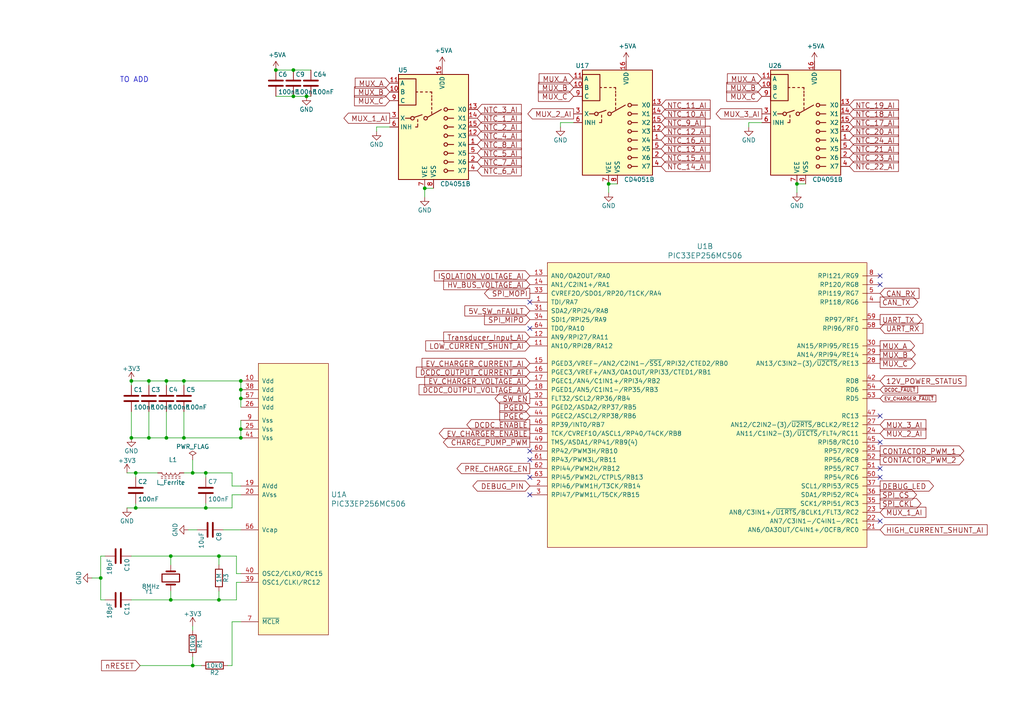
<source format=kicad_sch>
(kicad_sch (version 20211123) (generator eeschema)
  (paper "A4")
  (lib_symbols
    (symbol "Analog_Switch:CD4051B"
      (property "Reference" "U" (at -10.16 16.51 0))
      (property "Value" "CD4051B" (at 3.81 16.51 0))
      (symbol "CD4051B_0_1"
        (rectangle (start -10.16 6.35) (end -5.08 13.97) (stroke (width 0.254)))
        (rectangle (start -10.16 15.24) (end 10.16 -15.24) (stroke (width 0.254)) (fill (type background)))
        (circle (center -6.096 2.54) (radius 0.508) (stroke (width 0.254)))
        (circle (center -2.286 2.54) (radius 0.508) (stroke (width 0.254)))
        (polyline (pts (xy -8.128 2.54) (xy -6.604 2.54)) (stroke (width 0.254)))
        (polyline (pts (xy -5.588 2.794) (xy -3.302 3.556)) (stroke (width 0.254)))
        (polyline (pts (xy -4.572 0) (xy -5.207 0)) (stroke (width 0.254)))
        (polyline (pts (xy -4.572 0.254) (xy -4.572 0.889)) (stroke (width 0.254)))
        (polyline (pts (xy -4.572 1.524) (xy -4.572 2.159)) (stroke (width 0.254)))
        (polyline (pts (xy -4.572 10.16) (xy -5.08 10.16)) (stroke (width 0.254)))
        (polyline (pts (xy -3.81 10.16) (xy -3.175 10.16)) (stroke (width 0.254)))
        (polyline (pts (xy -1.778 2.794) (xy 2.286 5.08)) (stroke (width 0.254)))
        (polyline (pts (xy -1.778 10.16) (xy -2.286 10.16)) (stroke (width 0.254)))
        (polyline (pts (xy -0.508 3.81) (xy -0.508 4.445)) (stroke (width 0.254)))
        (polyline (pts (xy -0.508 5.08) (xy -0.508 5.715)) (stroke (width 0.254)))
        (polyline (pts (xy -0.508 6.35) (xy -0.508 6.985)) (stroke (width 0.254)))
        (polyline (pts (xy -0.508 7.62) (xy -0.508 8.255)) (stroke (width 0.254)))
        (polyline (pts (xy -0.508 8.636) (xy -0.508 9.144)) (stroke (width 0.254)))
        (polyline (pts (xy -0.508 9.652) (xy -0.508 10.16)) (stroke (width 0.254)))
        (polyline (pts (xy -0.508 10.16) (xy -1.016 10.16)) (stroke (width 0.254)))
        (polyline (pts (xy 4.064 -12.7) (xy 5.842 -12.7)) (stroke (width 0.254)))
        (polyline (pts (xy 4.064 -10.16) (xy 5.842 -10.16)) (stroke (width 0.254)))
        (polyline (pts (xy 4.064 -7.62) (xy 5.842 -7.62)) (stroke (width 0.254)))
        (polyline (pts (xy 4.064 -5.08) (xy 5.842 -5.08)) (stroke (width 0.254)))
        (polyline (pts (xy 4.064 -2.54) (xy 5.842 -2.54)) (stroke (width 0.254)))
        (polyline (pts (xy 4.064 0) (xy 5.842 0)) (stroke (width 0.254)))
        (polyline (pts (xy 4.064 2.54) (xy 5.842 2.54)) (stroke (width 0.254)))
        (polyline (pts (xy 4.064 5.08) (xy 5.842 5.08)) (stroke (width 0.254)))
        (circle (center 3.556 -12.7) (radius 0.508) (stroke (width 0.254)))
        (circle (center 3.556 -10.16) (radius 0.508) (stroke (width 0.254)))
        (circle (center 3.556 -7.62) (radius 0.508) (stroke (width 0.254)))
        (circle (center 3.556 -5.08) (radius 0.508) (stroke (width 0.254)))
        (circle (center 3.556 -2.54) (radius 0.508) (stroke (width 0.254)))
        (circle (center 3.556 0) (radius 0.508) (stroke (width 0.254)))
        (circle (center 3.556 2.54) (radius 0.508) (stroke (width 0.254)))
        (circle (center 3.556 5.08) (radius 0.508) (stroke (width 0.254)))
      )
      (symbol "CD4051B_1_1"
        (pin bidirectional line (at 12.7 -5.08 180) (length 2.54) (name "X4") (number "1"))
        (pin input line (at -12.7 10.16 0) (length 2.54) (name "B") (number "10"))
        (pin input line (at -12.7 12.7 0) (length 2.54) (name "A") (number "11"))
        (pin bidirectional line (at 12.7 -2.54 180) (length 2.54) (name "X3") (number "12"))
        (pin bidirectional line (at 12.7 5.08 180) (length 2.54) (name "X0") (number "13"))
        (pin bidirectional line (at 12.7 2.54 180) (length 2.54) (name "X1") (number "14"))
        (pin bidirectional line (at 12.7 0 180) (length 2.54) (name "X2") (number "15"))
        (pin power_in line (at 2.54 17.78 270) (length 2.54) (name "VDD") (number "16"))
        (pin bidirectional line (at 12.7 -10.16 180) (length 2.54) (name "X6") (number "2"))
        (pin bidirectional line (at -12.7 2.54 0) (length 2.54) (name "X") (number "3"))
        (pin bidirectional line (at 12.7 -12.7 180) (length 2.54) (name "X7") (number "4"))
        (pin bidirectional line (at 12.7 -7.62 180) (length 2.54) (name "X5") (number "5"))
        (pin input line (at -12.7 0 0) (length 2.54) (name "INH") (number "6"))
        (pin power_in line (at -2.54 -17.78 90) (length 2.54) (name "VEE") (number "7"))
        (pin power_in line (at 0 -17.78 90) (length 2.54) (name "VSS") (number "8"))
        (pin input line (at -12.7 7.62 0) (length 2.54) (name "C") (number "9"))
      )
    )
    (symbol "Device:C" (pin_numbers hide) (pin_names (offset 0.254))
      (property "Reference" "C" (at 0.635 2.54 0))
      (property "Value" "C" (at 0.635 -2.54 0))
      (symbol "C_0_1"
        (polyline (pts (xy -2.032 -0.762) (xy 2.032 -0.762)) (stroke (width 0.508)))
        (polyline (pts (xy -2.032 0.762) (xy 2.032 0.762)) (stroke (width 0.508)))
      )
      (symbol "C_1_1"
        (pin passive line (at 0 3.81 270) (length 2.794) (name "~") (number "1"))
        (pin passive line (at 0 -3.81 90) (length 2.794) (name "~") (number "2"))
      )
    )
    (symbol "Device:Crystal" (pin_numbers hide) (pin_names (offset 1.016) hide)
      (property "Reference" "Y" (at 0 3.81 0))
      (property "Value" "Crystal" (at 0 -3.81 0))
      (symbol "Crystal_0_1"
        (rectangle (start -1.143 2.54) (end 1.143 -2.54) (stroke (width 0.3048)))
        (polyline (pts (xy -2.54 0) (xy -1.905 0)))
        (polyline (pts (xy -1.905 -1.27) (xy -1.905 1.27)) (stroke (width 0.508)))
        (polyline (pts (xy 1.905 -1.27) (xy 1.905 1.27)) (stroke (width 0.508)))
        (polyline (pts (xy 2.54 0) (xy 1.905 0)))
      )
      (symbol "Crystal_1_1"
        (pin passive line (at -3.81 0 0) (length 1.27) (name "1") (number "1"))
        (pin passive line (at 3.81 0 180) (length 1.27) (name "2") (number "2"))
      )
    )
    (symbol "Device:L_Ferrite" (pin_numbers hide) (pin_names (offset 1.016) hide)
      (property "Reference" "L" (at -1.27 0 90))
      (property "Value" "L_Ferrite" (at 2.794 0 90))
      (symbol "L_Ferrite_0_1"
        (arc (start 0 -2.54) (mid 0.635 -1.905) (end 0 -1.27))
        (arc (start 0 -1.27) (mid 0.635 -0.635) (end 0 0))
        (polyline (pts (xy 1.016 -2.794) (xy 1.016 -2.286)))
        (polyline (pts (xy 1.016 -1.778) (xy 1.016 -1.27)))
        (polyline (pts (xy 1.016 -0.762) (xy 1.016 -0.254)))
        (polyline (pts (xy 1.016 0.254) (xy 1.016 0.762)))
        (polyline (pts (xy 1.016 1.27) (xy 1.016 1.778)))
        (polyline (pts (xy 1.016 2.286) (xy 1.016 2.794)))
        (polyline (pts (xy 1.524 -2.286) (xy 1.524 -2.794)))
        (polyline (pts (xy 1.524 -1.27) (xy 1.524 -1.778)))
        (polyline (pts (xy 1.524 -0.254) (xy 1.524 -0.762)))
        (polyline (pts (xy 1.524 0.762) (xy 1.524 0.254)))
        (polyline (pts (xy 1.524 1.778) (xy 1.524 1.27)))
        (polyline (pts (xy 1.524 2.794) (xy 1.524 2.286)))
        (arc (start 0 0) (mid 0.635 0.635) (end 0 1.27))
        (arc (start 0 1.27) (mid 0.635 1.905) (end 0 2.54))
      )
      (symbol "L_Ferrite_1_1"
        (pin passive line (at 0 3.81 270) (length 1.27) (name "1") (number "1"))
        (pin passive line (at 0 -3.81 90) (length 1.27) (name "2") (number "2"))
      )
    )
    (symbol "Device:R" (pin_numbers hide) (pin_names (offset 0))
      (property "Reference" "R" (at 2.032 0 90))
      (property "Value" "R" (at 0 0 90))
      (symbol "R_0_1"
        (rectangle (start -1.016 -2.54) (end 1.016 2.54) (stroke (width 0.254)))
      )
      (symbol "R_1_1"
        (pin passive line (at 0 3.81 270) (length 1.27) (name "~") (number "1"))
        (pin passive line (at 0 -3.81 90) (length 1.27) (name "~") (number "2"))
      )
    )
    (symbol "micros:PIC33EP256MC506" (pin_names (offset 1.016))
      (property "Reference" "U" (at 33.02 -33.02 0))
      (property "Value" "PIC33EP256MC506" (at 17.78 -33.02 0))
      (symbol "PIC33EP256MC506_1_1"
        (rectangle (start 7.62 46.99) (end 27.94 -31.75) (fill (type background)))
        (pin power_in line (at 2.54 41.91 0) (length 5.08) (name "Vdd") (number "10"))
        (pin power_in line (at 2.54 11.43 0) (length 5.08) (name "AVdd") (number "19"))
        (pin power_in line (at 2.54 8.89 0) (length 5.08) (name "AVss") (number "20"))
        (pin power_in line (at 2.54 27.94 0) (length 5.08) (name "Vss") (number "25"))
        (pin power_in line (at 2.54 34.29 0) (length 5.08) (name "Vdd") (number "26"))
        (pin power_in line (at 2.54 39.37 0) (length 5.08) (name "Vdd") (number "38"))
        (pin bidirectional line (at 2.54 -16.51 0) (length 5.08) (name "OSC1/CLKI/RC12") (number "39"))
        (pin bidirectional line (at 2.54 -13.97 0) (length 5.08) (name "OSC2/CLKO/RC15") (number "40"))
        (pin power_in line (at 2.54 25.4 0) (length 5.08) (name "Vss") (number "41"))
        (pin input line (at 2.54 -1.27 0) (length 5.08) (name "Vcap") (number "56"))
        (pin power_in line (at 2.54 36.83 0) (length 5.08) (name "Vdd") (number "57"))
        (pin input line (at 2.54 -27.94 0) (length 5.08) (name "~{MCLR}") (number "7"))
        (pin power_in line (at 2.54 30.48 0) (length 5.08) (name "Vss") (number "9"))
      )
      (symbol "PIC33EP256MC506_2_1"
        (rectangle (start -30.48 50.8) (end 62.23 -31.75) (fill (type background)))
        (pin bidirectional line (at -35.56 39.37 0) (length 5.08) (name "TDI/RA7") (number "1"))
        (pin bidirectional line (at -35.56 26.67 0) (length 5.08) (name "AN10/RPI28/RA12") (number "11"))
        (pin bidirectional line (at -35.56 29.21 0) (length 5.08) (name "AN9/RPI27/RA11") (number "12"))
        (pin bidirectional line (at -35.56 46.99 0) (length 5.08) (name "AN0/OA2OUT/RA0") (number "13"))
        (pin bidirectional line (at -35.56 44.45 0) (length 5.08) (name "AN1/C2IN1+/RA1") (number "14"))
        (pin bidirectional line (at -35.56 21.59 0) (length 5.08) (name "PGED3/VREF-/AN2/C2IN1-/~{SS1}/RPI32/CTED2/RB0") (number "15"))
        (pin bidirectional line (at -35.56 19.05 0) (length 5.08) (name "PGEC3/VREF+/AN3/OA1OUT/RPI33/CTED1/RB1") (number "16"))
        (pin bidirectional line (at -35.56 16.51 0) (length 5.08) (name "PGEC1/AN4/C1IN1+/RPI34/RB2") (number "17"))
        (pin bidirectional line (at -35.56 13.97 0) (length 5.08) (name "PGED1/AN5/C1IN1-/RP35/RB3") (number "18"))
        (pin bidirectional line (at -35.56 -13.97 0) (length 5.08) (name "RPI46/PWM1H/T3CK/RB14") (number "2"))
        (pin bidirectional line (at 66.04 -26.67 180) (length 5.08) (name "AN6/OA3OUT/C4IN1+/OCFB/RC0") (number "21"))
        (pin bidirectional line (at 66.04 -24.13 180) (length 5.08) (name "AN7/C3IN1-/C4IN1-/RC1") (number "22"))
        (pin bidirectional line (at 66.04 -21.59 180) (length 5.08) (name "AN8/C3IN1+/~{U1RTS}/BCLK1/FLT3/RC2") (number "23"))
        (pin bidirectional line (at 66.04 1.27 180) (length 5.08) (name "AN11/C1IN2-(3)/~{U1CTS}/FLT4/RC11") (number "24"))
        (pin bidirectional line (at 66.04 3.81 180) (length 5.08) (name "AN12/C2IN2-(3)/~{U2RTS}/BCLK2/RE12") (number "27"))
        (pin bidirectional line (at 66.04 21.59 180) (length 5.08) (name "AN13/C3IN2-(3)/~{U2CTS}/RE13") (number "28"))
        (pin bidirectional line (at 66.04 24.13 180) (length 5.08) (name "AN14/RPI94/RE14") (number "29"))
        (pin bidirectional line (at -35.56 -16.51 0) (length 5.08) (name "RPI47/PWM1L/T5CK/RB15") (number "3"))
        (pin bidirectional line (at 66.04 26.67 180) (length 5.08) (name "AN15/RPI95/RE15") (number "30"))
        (pin bidirectional line (at -35.56 36.83 0) (length 5.08) (name "SDA2/RPI24/RA8") (number "31"))
        (pin bidirectional line (at -35.56 11.43 0) (length 5.08) (name "FLT32/SCL2/RP36/RB4") (number "32"))
        (pin bidirectional line (at -35.56 41.91 0) (length 5.08) (name "CVREF2O/SDO1/RP20/T1CK/RA4") (number "33"))
        (pin bidirectional line (at -35.56 34.29 0) (length 5.08) (name "SDI1/RPI25/RA9") (number "34"))
        (pin bidirectional line (at 66.04 -19.05 180) (length 5.08) (name "SCK1/RPI51/RC3") (number "35"))
        (pin bidirectional line (at 66.04 -16.51 180) (length 5.08) (name "SDA1/RPI52/RC4") (number "36"))
        (pin bidirectional line (at 66.04 -13.97 180) (length 5.08) (name "SCL1/RPI53/RC5") (number "37"))
        (pin bidirectional line (at 66.04 39.37 180) (length 5.08) (name "RP118/RG6") (number "4"))
        (pin bidirectional line (at 66.04 16.51 180) (length 5.08) (name "RD8") (number "42"))
        (pin bidirectional line (at -35.56 8.89 0) (length 5.08) (name "PGED2/ASDA2/RP37/RB5") (number "43"))
        (pin bidirectional line (at -35.56 6.35 0) (length 5.08) (name "PGEC2/ASCL2/RP38/RB6") (number "44"))
        (pin bidirectional line (at 66.04 -1.27 180) (length 5.08) (name "RPI58/RC10") (number "45"))
        (pin bidirectional line (at -35.56 3.81 0) (length 5.08) (name "RP39/INT0/RB7") (number "46"))
        (pin bidirectional line (at 66.04 6.35 180) (length 5.08) (name "RC13") (number "47"))
        (pin bidirectional line (at -35.56 1.27 0) (length 5.08) (name "TCK/CVREF1O/ASCL1/RP40/T4CK/RB8") (number "48"))
        (pin bidirectional line (at -35.56 -1.27 0) (length 5.08) (name "TMS/ASDA1/RP41/RB9(4)") (number "49"))
        (pin bidirectional line (at 66.04 41.91 180) (length 5.08) (name "RPI119/RG7") (number "5"))
        (pin bidirectional line (at 66.04 -11.43 180) (length 5.08) (name "RP54/RC6") (number "50"))
        (pin bidirectional line (at 66.04 -8.89 180) (length 5.08) (name "RP55/RC7") (number "51"))
        (pin bidirectional line (at 66.04 -6.35 180) (length 5.08) (name "RP56/RC8") (number "52"))
        (pin bidirectional line (at 66.04 11.43 180) (length 5.08) (name "RD5") (number "53"))
        (pin bidirectional line (at 66.04 13.97 180) (length 5.08) (name "RD6") (number "54"))
        (pin bidirectional line (at 66.04 -3.81 180) (length 5.08) (name "RP57/RC9") (number "55"))
        (pin bidirectional line (at 66.04 31.75 180) (length 5.08) (name "RPI96/RF0") (number "58"))
        (pin bidirectional line (at 66.04 34.29 180) (length 5.08) (name "RP97/RF1") (number "59"))
        (pin bidirectional line (at 66.04 44.45 180) (length 5.08) (name "RP120/RG8") (number "6"))
        (pin bidirectional line (at -35.56 -3.81 0) (length 5.08) (name "RP42/PWM3H/RB10") (number "60"))
        (pin bidirectional line (at -35.56 -6.35 0) (length 5.08) (name "RP43/PWM3L/RB11") (number "61"))
        (pin bidirectional line (at -35.56 -8.89 0) (length 5.08) (name "RPI44/PWM2H/RB12") (number "62"))
        (pin bidirectional line (at -35.56 -11.43 0) (length 5.08) (name "RPI45/PWM2L/CTPLS/RB13") (number "63"))
        (pin bidirectional line (at -35.56 31.75 0) (length 5.08) (name "TDO/RA10") (number "64"))
        (pin bidirectional line (at 66.04 46.99 180) (length 5.08) (name "RPI121/RG9") (number "8"))
      )
    )
    (symbol "power:+3V3" (power) (pin_names (offset 0))
      (property "Value" "+3V3" (at 0 3.556 0))
      (symbol "+3V3_0_1"
        (polyline (pts (xy -0.762 1.27) (xy 0 2.54)))
        (polyline (pts (xy 0 0) (xy 0 2.54)))
        (polyline (pts (xy 0 2.54) (xy 0.762 1.27)))
      )
      (symbol "+3V3_1_1"
        (pin power_in line (at 0 0 90) (length 0) hide (name "+3V3") (number "1"))
      )
    )
    (symbol "power:+5VA" (power) (pin_names (offset 0))
      (property "Value" "+5VA" (at 0 3.556 0))
      (symbol "+5VA_0_1"
        (polyline (pts (xy -0.762 1.27) (xy 0 2.54)))
        (polyline (pts (xy 0 0) (xy 0 2.54)))
        (polyline (pts (xy 0 2.54) (xy 0.762 1.27)))
      )
      (symbol "+5VA_1_1"
        (pin power_in line (at 0 0 90) (length 0) hide (name "+5VA") (number "1"))
      )
    )
    (symbol "power:GND" (power) (pin_names (offset 0))
      (property "Value" "GND" (at 0 -3.81 0))
      (symbol "GND_0_1"
        (polyline (pts (xy 0 0) (xy 0 -1.27) (xy 1.27 -1.27) (xy 0 -2.54) (xy -1.27 -1.27) (xy 0 -1.27)))
      )
      (symbol "GND_1_1"
        (pin power_in line (at 0 0 270) (length 0) hide (name "GND") (number "1"))
      )
    )
    (symbol "power:PWR_FLAG" (power) (pin_numbers hide) (pin_names (offset 0) hide)
      (property "Value" "PWR_FLAG" (at 0 3.81 0))
      (symbol "PWR_FLAG_0_0"
        (pin power_out line (at 0 0 90) (length 0) (name "pwr") (number "1"))
      )
      (symbol "PWR_FLAG_0_1"
        (polyline (pts (xy 0 0) (xy 0 1.27) (xy -1.016 1.905) (xy 0 2.54) (xy 1.016 1.905) (xy 0 1.27)))
      )
    )
  )
  (junction (at 88.9 27.94))
  (junction (at 85.09 20.32))
  (junction (at 39.37 147.32))
  (junction (at 48.26 127))
  (junction (at 39.37 137.16))
  (junction (at 63.5 161.29))
  (junction (at 49.53 161.29))
  (junction (at 38.1 127))
  (junction (at 69.85 124.46))
  (junction (at 53.34 110.49))
  (junction (at 29.21 167.64))
  (junction (at 49.53 173.99))
  (junction (at 176.53 53.34))
  (junction (at 85.09 27.94))
  (junction (at 38.1 110.49))
  (junction (at 43.18 127))
  (junction (at 59.69 147.32))
  (junction (at 69.85 113.03))
  (junction (at 55.88 137.16))
  (junction (at 231.14 53.34))
  (junction (at 48.26 110.49))
  (junction (at 69.85 127))
  (junction (at 69.85 115.57))
  (junction (at 63.5 173.99))
  (junction (at 43.18 110.49))
  (junction (at 123.19 54.61))
  (junction (at 59.69 137.16))
  (junction (at 80.01 20.32))
  (junction (at 53.34 127))
  (junction (at 55.88 193.04))
  (junction (at 69.85 110.49))
  (no_connect (at 153.67 138.43))
  (no_connect (at 255.27 120.65))
  (no_connect (at 255.27 128.27))
  (no_connect (at 255.27 138.43))
  (no_connect (at 153.67 87.63))
  (no_connect (at 255.27 135.89))
  (no_connect (at 255.27 82.55))
  (no_connect (at 153.67 130.81))
  (no_connect (at 153.67 95.25))
  (no_connect (at 255.27 80.01))
  (no_connect (at 153.67 133.35))
  (no_connect (at 153.67 143.51))
  (no_connect (at 255.27 151.13))
  (wire (pts (xy 231.14 53.34) (xy 231.14 55.88)))
  (wire (pts (xy 48.26 110.49) (xy 53.34 110.49)))
  (wire (pts (xy 69.85 115.57) (xy 69.85 118.11)))
  (wire (pts (xy 67.31 143.51) (xy 69.85 143.51)))
  (wire (pts (xy 63.5 173.99) (xy 49.53 173.99)))
  (wire (pts (xy 36.83 147.32) (xy 39.37 147.32)))
  (wire (pts (xy 68.58 173.99) (xy 68.58 168.91)))
  (wire (pts (xy 69.85 127) (xy 69.85 124.46)))
  (wire (pts (xy 59.69 146.05) (xy 59.69 147.32)))
  (wire (pts (xy 40.64 193.04) (xy 55.88 193.04)))
  (wire (pts (xy 38.1 127) (xy 43.18 127)))
  (wire (pts (xy 67.31 140.97) (xy 69.85 140.97)))
  (wire (pts (xy 49.53 171.45) (xy 49.53 173.99)))
  (wire (pts (xy 68.58 168.91) (xy 69.85 168.91)))
  (wire (pts (xy 80.01 27.94) (xy 85.09 27.94)))
  (wire (pts (xy 233.68 53.34) (xy 231.14 53.34)))
  (wire (pts (xy 53.34 110.49) (xy 69.85 110.49)))
  (wire (pts (xy 43.18 127) (xy 48.26 127)))
  (wire (pts (xy 29.21 167.64) (xy 29.21 173.99)))
  (wire (pts (xy 63.5 163.83) (xy 63.5 161.29)))
  (wire (pts (xy 38.1 119.38) (xy 38.1 127)))
  (wire (pts (xy 176.53 53.34) (xy 176.53 55.88)))
  (wire (pts (xy 53.34 127) (xy 69.85 127)))
  (wire (pts (xy 166.37 35.56) (xy 162.56 35.56)))
  (wire (pts (xy 90.17 20.32) (xy 85.09 20.32)))
  (wire (pts (xy 38.1 110.49) (xy 43.18 110.49)))
  (wire (pts (xy 88.9 27.94) (xy 90.17 27.94)))
  (wire (pts (xy 68.58 173.99) (xy 63.5 173.99)))
  (wire (pts (xy 68.58 166.37) (xy 69.85 166.37)))
  (wire (pts (xy 67.31 193.04) (xy 66.04 193.04)))
  (wire (pts (xy 29.21 161.29) (xy 30.48 161.29)))
  (wire (pts (xy 109.22 36.83) (xy 109.22 38.1)))
  (wire (pts (xy 67.31 180.34) (xy 67.31 193.04)))
  (wire (pts (xy 43.18 110.49) (xy 48.26 110.49)))
  (wire (pts (xy 69.85 110.49) (xy 69.85 113.03)))
  (wire (pts (xy 48.26 127) (xy 53.34 127)))
  (wire (pts (xy 68.58 161.29) (xy 63.5 161.29)))
  (wire (pts (xy 26.67 167.64) (xy 29.21 167.64)))
  (wire (pts (xy 48.26 119.38) (xy 48.26 127)))
  (wire (pts (xy 68.58 161.29) (xy 68.58 166.37)))
  (wire (pts (xy 179.07 53.34) (xy 176.53 53.34)))
  (wire (pts (xy 63.5 171.45) (xy 63.5 173.99)))
  (wire (pts (xy 123.19 54.61) (xy 123.19 57.15)))
  (wire (pts (xy 36.83 137.16) (xy 39.37 137.16)))
  (wire (pts (xy 85.09 27.94) (xy 88.9 27.94)))
  (wire (pts (xy 85.09 20.32) (xy 80.01 20.32)))
  (wire (pts (xy 55.88 133.35) (xy 55.88 137.16)))
  (wire (pts (xy 53.34 119.38) (xy 53.34 127)))
  (wire (pts (xy 69.85 180.34) (xy 67.31 180.34)))
  (wire (pts (xy 59.69 147.32) (xy 67.31 147.32)))
  (wire (pts (xy 113.03 36.83) (xy 109.22 36.83)))
  (wire (pts (xy 64.77 153.67) (xy 69.85 153.67)))
  (wire (pts (xy 69.85 113.03) (xy 69.85 115.57)))
  (wire (pts (xy 63.5 161.29) (xy 49.53 161.29)))
  (wire (pts (xy 59.69 137.16) (xy 67.31 137.16)))
  (wire (pts (xy 67.31 147.32) (xy 67.31 143.51)))
  (wire (pts (xy 55.88 193.04) (xy 58.42 193.04)))
  (wire (pts (xy 39.37 147.32) (xy 59.69 147.32)))
  (wire (pts (xy 49.53 161.29) (xy 38.1 161.29)))
  (wire (pts (xy 29.21 161.29) (xy 29.21 167.64)))
  (wire (pts (xy 57.15 153.67) (xy 54.61 153.67)))
  (wire (pts (xy 59.69 138.43) (xy 59.69 137.16)))
  (wire (pts (xy 217.17 35.56) (xy 217.17 36.83)))
  (wire (pts (xy 55.88 181.61) (xy 55.88 182.88)))
  (wire (pts (xy 55.88 193.04) (xy 55.88 190.5)))
  (wire (pts (xy 39.37 137.16) (xy 45.72 137.16)))
  (wire (pts (xy 49.53 163.83) (xy 49.53 161.29)))
  (wire (pts (xy 162.56 35.56) (xy 162.56 36.83)))
  (wire (pts (xy 69.85 124.46) (xy 69.85 121.92)))
  (wire (pts (xy 38.1 110.49) (xy 38.1 111.76)))
  (wire (pts (xy 217.17 35.56) (xy 220.98 35.56)))
  (wire (pts (xy 39.37 147.32) (xy 39.37 146.05)))
  (wire (pts (xy 67.31 137.16) (xy 67.31 140.97)))
  (wire (pts (xy 49.53 173.99) (xy 38.1 173.99)))
  (wire (pts (xy 48.26 111.76) (xy 48.26 110.49)))
  (wire (pts (xy 53.34 111.76) (xy 53.34 110.49)))
  (wire (pts (xy 125.73 54.61) (xy 123.19 54.61)))
  (wire (pts (xy 55.88 137.16) (xy 59.69 137.16)))
  (wire (pts (xy 43.18 111.76) (xy 43.18 110.49)))
  (wire (pts (xy 29.21 173.99) (xy 30.48 173.99)))
  (wire (pts (xy 43.18 119.38) (xy 43.18 127)))
  (wire (pts (xy 39.37 138.43) (xy 39.37 137.16)))
  (wire (pts (xy 53.34 137.16) (xy 55.88 137.16)))
  (text "TO ADD" (at 43.18 24.13 180) (effects (font (size 1.524 1.524)) (justify right bottom)))
  (global_label "NTC_11_AI" (shape input) (at 191.77 30.48 0) (effects (font (size 1.4986 1.4986))) (property "Intersheet References" "${INTERSHEET_REFS}" (effects hide)))
  (global_label "PRE_CHARGE_EN" (shape output) (at 153.67 135.89 180) (effects (font (size 1.4986 1.4986))) (property "Intersheet References" "${INTERSHEET_REFS}" (effects hide)))
  (global_label "NTC_8_AI" (shape input) (at 138.43 41.91 0) (effects (font (size 1.4986 1.4986))) (property "Intersheet References" "${INTERSHEET_REFS}" (effects hide)))
  (global_label "DCDC_OUTPUT_VOLTAGE_AI" (shape input) (at 153.67 113.03 180) (effects (font (size 1.4986 1.4986))) (property "Intersheet References" "${INTERSHEET_REFS}" (effects hide)))
  (global_label "NTC_24_AI" (shape input) (at 246.38 40.64 0) (effects (font (size 1.4986 1.4986))) (property "Intersheet References" "${INTERSHEET_REFS}" (effects hide)))
  (global_label "CAN_RX" (shape input) (at 255.27 85.09 0) (effects (font (size 1.4986 1.4986))) (property "Intersheet References" "${INTERSHEET_REFS}" (effects hide)))
  (global_label "HV_BUS_VOLTAGE_AI" (shape input) (at 153.67 82.55 180) (effects (font (size 1.4986 1.4986))) (property "Intersheet References" "${INTERSHEET_REFS}" (effects hide)))
  (global_label "MUX_B" (shape input) (at 166.37 25.4 180) (effects (font (size 1.4986 1.4986))) (property "Intersheet References" "${INTERSHEET_REFS}" (effects hide)))
  (global_label "NTC_23_AI" (shape input) (at 246.38 45.72 0) (effects (font (size 1.4986 1.4986))) (property "Intersheet References" "${INTERSHEET_REFS}" (effects hide)))
  (global_label "NTC_20_AI" (shape input) (at 246.38 38.1 0) (effects (font (size 1.4986 1.4986))) (property "Intersheet References" "${INTERSHEET_REFS}" (effects hide)))
  (global_label "nRESET" (shape input) (at 40.64 193.04 180) (effects (font (size 1.524 1.524))) (property "Intersheet References" "${INTERSHEET_REFS}" (effects hide)))
  (global_label "NTC_16_AI" (shape input) (at 191.77 40.64 0) (effects (font (size 1.4986 1.4986))) (property "Intersheet References" "${INTERSHEET_REFS}" (effects hide)))
  (global_label "MUX_A" (shape input) (at 113.03 24.13 180) (effects (font (size 1.4986 1.4986))) (property "Intersheet References" "${INTERSHEET_REFS}" (effects hide)))
  (global_label "DEBUG_PIN" (shape bidirectional) (at 153.67 140.97 180) (effects (font (size 1.4986 1.4986))) (property "Intersheet References" "${INTERSHEET_REFS}" (effects hide)))
  (global_label "MUX_C" (shape output) (at 255.27 105.41 0) (effects (font (size 1.4986 1.4986))) (property "Intersheet References" "${INTERSHEET_REFS}" (effects hide)))
  (global_label "12V_POWER_STATUS" (shape input) (at 255.27 110.49 0) (effects (font (size 1.4986 1.4986))) (property "Intersheet References" "${INTERSHEET_REFS}" (effects hide)))
  (global_label "MUX_C" (shape input) (at 113.03 29.21 180) (effects (font (size 1.4986 1.4986))) (property "Intersheet References" "${INTERSHEET_REFS}" (effects hide)))
  (global_label "MUX_3_AI" (shape input) (at 255.27 123.19 0) (effects (font (size 1.4986 1.4986))) (property "Intersheet References" "${INTERSHEET_REFS}" (effects hide)))
  (global_label "PGED" (shape input) (at 153.67 118.11 180) (effects (font (size 1.4986 1.4986))) (property "Intersheet References" "${INTERSHEET_REFS}" (effects hide)))
  (global_label "5V_SW_nFAULT" (shape input) (at 153.67 90.17 180) (effects (font (size 1.4986 1.4986))) (property "Intersheet References" "${INTERSHEET_REFS}" (effects hide)))
  (global_label "MUX_1_AI" (shape input) (at 255.27 148.59 0) (effects (font (size 1.4986 1.4986))) (property "Intersheet References" "${INTERSHEET_REFS}" (effects hide)))
  (global_label "NTC_19_AI" (shape input) (at 246.38 30.48 0) (effects (font (size 1.4986 1.4986))) (property "Intersheet References" "${INTERSHEET_REFS}" (effects hide)))
  (global_label "NTC_18_AI" (shape input) (at 246.38 33.02 0) (effects (font (size 1.4986 1.4986))) (property "Intersheet References" "${INTERSHEET_REFS}" (effects hide)))
  (global_label "NTC_9_AI" (shape input) (at 191.77 35.56 0) (effects (font (size 1.4986 1.4986))) (property "Intersheet References" "${INTERSHEET_REFS}" (effects hide)))
  (global_label "MUX_3_AI" (shape output) (at 220.98 33.02 180) (effects (font (size 1.4986 1.4986))) (property "Intersheet References" "${INTERSHEET_REFS}" (effects hide)))
  (global_label "NTC_5_AI" (shape input) (at 138.43 44.45 0) (effects (font (size 1.4986 1.4986))) (property "Intersheet References" "${INTERSHEET_REFS}" (effects hide)))
  (global_label "NTC_4_AI" (shape input) (at 138.43 39.37 0) (effects (font (size 1.4986 1.4986))) (property "Intersheet References" "${INTERSHEET_REFS}" (effects hide)))
  (global_label "DCDC_OUTPUT_CURRENT_AI" (shape input) (at 153.67 107.95 180) (effects (font (size 1.4986 1.4986))) (property "Intersheet References" "${INTERSHEET_REFS}" (effects hide)))
  (global_label "NTC_21_AI" (shape input) (at 246.38 43.18 0) (effects (font (size 1.4986 1.4986))) (property "Intersheet References" "${INTERSHEET_REFS}" (effects hide)))
  (global_label "NTC_12_AI" (shape input) (at 191.77 38.1 0) (effects (font (size 1.4986 1.4986))) (property "Intersheet References" "${INTERSHEET_REFS}" (effects hide)))
  (global_label "SPI_CS" (shape output) (at 255.27 143.51 0) (effects (font (size 1.4986 1.4986))) (property "Intersheet References" "${INTERSHEET_REFS}" (effects hide)))
  (global_label "PGEC" (shape input) (at 153.67 120.65 180) (effects (font (size 1.4986 1.4986))) (property "Intersheet References" "${INTERSHEET_REFS}" (effects hide)))
  (global_label "EV_CHARGER_~{FAULT}" (shape input) (at 255.27 115.57 0) (effects (font (size 0.9906 0.9906))) (property "Intersheet References" "${INTERSHEET_REFS}" (effects hide)))
  (global_label "NTC_1_AI" (shape input) (at 138.43 34.29 0) (effects (font (size 1.4986 1.4986))) (property "Intersheet References" "${INTERSHEET_REFS}" (effects hide)))
  (global_label "DCDC_ENABLE" (shape output) (at 153.67 123.19 180) (effects (font (size 1.4986 1.4986))) (property "Intersheet References" "${INTERSHEET_REFS}" (effects hide)))
  (global_label "SPI_MOPI" (shape output) (at 153.67 85.09 180) (effects (font (size 1.4986 1.4986))) (property "Intersheet References" "${INTERSHEET_REFS}" (effects hide)))
  (global_label "MUX_A" (shape input) (at 220.98 22.86 180) (effects (font (size 1.4986 1.4986))) (property "Intersheet References" "${INTERSHEET_REFS}" (effects hide)))
  (global_label "HIGH_CURRENT_SHUNT_AI" (shape input) (at 255.27 153.67 0) (effects (font (size 1.4986 1.4986))) (property "Intersheet References" "${INTERSHEET_REFS}" (effects hide)))
  (global_label "SPI_CKL" (shape output) (at 255.27 146.05 0) (effects (font (size 1.4986 1.4986))) (property "Intersheet References" "${INTERSHEET_REFS}" (effects hide)))
  (global_label "MUX_2_AI" (shape input) (at 255.27 125.73 0) (effects (font (size 1.4986 1.4986))) (property "Intersheet References" "${INTERSHEET_REFS}" (effects hide)))
  (global_label "EV_CHARGER_VOLTAGE_AI" (shape input) (at 153.67 110.49 180) (effects (font (size 1.4986 1.4986))) (property "Intersheet References" "${INTERSHEET_REFS}" (effects hide)))
  (global_label "CONTACTOR_PWM_2" (shape output) (at 255.27 133.35 0) (effects (font (size 1.4986 1.4986))) (property "Intersheet References" "${INTERSHEET_REFS}" (effects hide)))
  (global_label "MUX_C" (shape input) (at 220.98 27.94 180) (effects (font (size 1.4986 1.4986))) (property "Intersheet References" "${INTERSHEET_REFS}" (effects hide)))
  (global_label "MUX_C" (shape input) (at 166.37 27.94 180) (effects (font (size 1.4986 1.4986))) (property "Intersheet References" "${INTERSHEET_REFS}" (effects hide)))
  (global_label "MUX_1_AI" (shape output) (at 113.03 34.29 180) (effects (font (size 1.4986 1.4986))) (property "Intersheet References" "${INTERSHEET_REFS}" (effects hide)))
  (global_label "LOW_CURRENT_SHUNT_AI" (shape input) (at 153.67 100.33 180) (effects (font (size 1.4986 1.4986))) (property "Intersheet References" "${INTERSHEET_REFS}" (effects hide)))
  (global_label "MUX_2_AI" (shape output) (at 166.37 33.02 180) (effects (font (size 1.4986 1.4986))) (property "Intersheet References" "${INTERSHEET_REFS}" (effects hide)))
  (global_label "SPI_MIPO" (shape input) (at 153.67 92.71 180) (effects (font (size 1.4986 1.4986))) (property "Intersheet References" "${INTERSHEET_REFS}" (effects hide)))
  (global_label "MUX_B" (shape input) (at 220.98 25.4 180) (effects (font (size 1.4986 1.4986))) (property "Intersheet References" "${INTERSHEET_REFS}" (effects hide)))
  (global_label "NTC_7_AI" (shape input) (at 138.43 46.99 0) (effects (font (size 1.4986 1.4986))) (property "Intersheet References" "${INTERSHEET_REFS}" (effects hide)))
  (global_label "MUX_B" (shape input) (at 113.03 26.67 180) (effects (font (size 1.4986 1.4986))) (property "Intersheet References" "${INTERSHEET_REFS}" (effects hide)))
  (global_label "NTC_13_AI" (shape input) (at 191.77 43.18 0) (effects (font (size 1.4986 1.4986))) (property "Intersheet References" "${INTERSHEET_REFS}" (effects hide)))
  (global_label "SW_EN" (shape output) (at 153.67 115.57 180) (effects (font (size 1.4986 1.4986))) (property "Intersheet References" "${INTERSHEET_REFS}" (effects hide)))
  (global_label "Transducer_Input_AI" (shape input) (at 153.67 97.79 180) (effects (font (size 1.4986 1.4986))) (property "Intersheet References" "${INTERSHEET_REFS}" (effects hide)))
  (global_label "NTC_6_AI" (shape input) (at 138.43 49.53 0) (effects (font (size 1.4986 1.4986))) (property "Intersheet References" "${INTERSHEET_REFS}" (effects hide)))
  (global_label "DEBUG_LED" (shape output) (at 255.27 140.97 0) (effects (font (size 1.4986 1.4986))) (property "Intersheet References" "${INTERSHEET_REFS}" (effects hide)))
  (global_label "NTC_2_AI" (shape input) (at 138.43 36.83 0) (effects (font (size 1.4986 1.4986))) (property "Intersheet References" "${INTERSHEET_REFS}" (effects hide)))
  (global_label "MUX_A" (shape input) (at 166.37 22.86 180) (effects (font (size 1.4986 1.4986))) (property "Intersheet References" "${INTERSHEET_REFS}" (effects hide)))
  (global_label "UART_RX" (shape input) (at 255.27 95.25 0) (effects (font (size 1.4986 1.4986))) (property "Intersheet References" "${INTERSHEET_REFS}" (effects hide)))
  (global_label "NTC_10_AI" (shape input) (at 191.77 33.02 0) (effects (font (size 1.4986 1.4986))) (property "Intersheet References" "${INTERSHEET_REFS}" (effects hide)))
  (global_label "NTC_15_AI" (shape input) (at 191.77 45.72 0) (effects (font (size 1.4986 1.4986))) (property "Intersheet References" "${INTERSHEET_REFS}" (effects hide)))
  (global_label "NTC_14_AI" (shape input) (at 191.77 48.26 0) (effects (font (size 1.4986 1.4986))) (property "Intersheet References" "${INTERSHEET_REFS}" (effects hide)))
  (global_label "ISOLATION_VOLTAGE_AI" (shape input) (at 153.67 80.01 180) (effects (font (size 1.4986 1.4986))) (property "Intersheet References" "${INTERSHEET_REFS}" (effects hide)))
  (global_label "UART_TX" (shape output) (at 255.27 92.71 0) (effects (font (size 1.4986 1.4986))) (property "Intersheet References" "${INTERSHEET_REFS}" (effects hide)))
  (global_label "EV_CHARGER_CURRENT_AI" (shape input) (at 153.67 105.41 180) (effects (font (size 1.4986 1.4986))) (property "Intersheet References" "${INTERSHEET_REFS}" (effects hide)))
  (global_label "MUX_B" (shape output) (at 255.27 102.87 0) (effects (font (size 1.4986 1.4986))) (property "Intersheet References" "${INTERSHEET_REFS}" (effects hide)))
  (global_label "CAN_TX" (shape output) (at 255.27 87.63 0) (effects (font (size 1.4986 1.4986))) (property "Intersheet References" "${INTERSHEET_REFS}" (effects hide)))
  (global_label "EV_CHARGER_ENABLE" (shape output) (at 153.67 125.73 180) (effects (font (size 1.4986 1.4986))) (property "Intersheet References" "${INTERSHEET_REFS}" (effects hide)))
  (global_label "CHARGE_PUMP_PWM" (shape output) (at 153.67 128.27 180) (effects (font (size 1.4986 1.4986))) (property "Intersheet References" "${INTERSHEET_REFS}" (effects hide)))
  (global_label "NTC_3_AI" (shape input) (at 138.43 31.75 0) (effects (font (size 1.4986 1.4986))) (property "Intersheet References" "${INTERSHEET_REFS}" (effects hide)))
  (global_label "NTC_17_AI" (shape input) (at 246.38 35.56 0) (effects (font (size 1.4986 1.4986))) (property "Intersheet References" "${INTERSHEET_REFS}" (effects hide)))
  (global_label "NTC_22_AI" (shape input) (at 246.38 48.26 0) (effects (font (size 1.4986 1.4986))) (property "Intersheet References" "${INTERSHEET_REFS}" (effects hide)))
  (global_label "DCDC_~{FAULT}" (shape input) (at 255.27 113.03 0) (effects (font (size 0.9906 0.9906))) (property "Intersheet References" "${INTERSHEET_REFS}" (effects hide)))
  (global_label "CONTACTOR_PWM_1" (shape output) (at 255.27 130.81 0) (effects (font (size 1.4986 1.4986))) (property "Intersheet References" "${INTERSHEET_REFS}" (effects hide)))
  (global_label "MUX_A" (shape output) (at 255.27 100.33 0) (effects (font (size 1.4986 1.4986))) (property "Intersheet References" "${INTERSHEET_REFS}" (effects hide)))
  (symbol (lib_id "Device:C") (at 60.96 153.67 270) (unit 1)
    (property "Reference" "C8" (at 63.5 154.305 0) (effects (justify left)))
    (property "Value" "10uF" (at 58.42 154.305 0) (effects (justify left)))
    (property "Footprint" "Capacitor_SMD:C_1206_3216Metric" (effects hide))
    (property "DNP" " " (effects hide))
    (property "MPN" "CL31B106KOHVPNE" (effects hide))
    (property "Voltage" "50V" (effects hide))
    (property "Part Number" "CL31B106KOHVPNE" (effects hide))
    (property "Digikey_PN" "1276-6797-1-ND" (effects hide))
  )
  (symbol (lib_id "Device:L_Ferrite") (at 49.53 137.16 270) (unit 1)
    (property "Reference" "L1" (at 50.165 133.35 90))
    (property "Value" "L_Ferrite" (at 49.53 139.954 90))
    (property "Footprint" "Inductor_SMD:L_0603_1608Metric" (effects hide))
    (property "Datasheet" "https://www.we-online.com/katalog/datasheet/742792609.pdf" (effects hide))
    (property "DNP" " " (effects hide))
    (property "MPN" "742792609" (effects hide))
    (property "Part Number" "742792609" (effects hide))
    (property "Digikey_PN" "732-1591-1-ND" (effects hide))
  )
  (symbol (lib_id "power:GND") (at 36.83 147.32 0) (unit 1)
    (property "Reference" "#PWR07" (effects hide))
    (property "Value" "GND" (at 36.83 151.13 0))
  )
  (symbol (lib_id "Device:C") (at 34.29 161.29 270) (unit 1)
    (property "Reference" "C10" (at 36.83 161.925 0) (effects (justify left)))
    (property "Value" "18pF" (at 31.75 161.925 0) (effects (justify left)))
    (property "Footprint" "Capacitor_SMD:C_0603_1608Metric" (effects hide))
    (property "Datasheet" "https://product.tdk.com/info/en/documents/chara_sheet/CGA3E2C0G1H180J080AA.pdf" (effects hide))
    (property "DNP" " " (effects hide))
    (property "MPN" "CGA3E2C0G1H180J080AA" (effects hide))
    (property "Voltage" "50V" (effects hide))
    (property "Part Number" "CGA3E2C0G1H180J080AA" (effects hide))
    (property "Digikey_PN" "445-5631-1-ND" (effects hide))
  )
  (symbol (lib_id "Device:C") (at 34.29 173.99 270) (unit 1)
    (property "Reference" "C11" (at 36.83 174.625 0) (effects (justify left)))
    (property "Value" "18pF" (at 31.75 174.625 0) (effects (justify left)))
    (property "Footprint" "Capacitor_SMD:C_0603_1608Metric" (effects hide))
    (property "Datasheet" "https://product.tdk.com/info/en/documents/chara_sheet/CGA3E2C0G1H180J080AA.pdf" (effects hide))
    (property "DNP" " " (effects hide))
    (property "MPN" "CGA3E2C0G1H180J080AA" (effects hide))
    (property "Voltage" "50V" (effects hide))
    (property "Part Number" "CGA3E2C0G1H180J080AA" (effects hide))
    (property "Digikey_PN" "445-5631-1-ND" (effects hide))
  )
  (symbol (lib_id "Device:R") (at 63.5 167.64 0) (unit 1)
    (property "Reference" "R3" (at 65.532 167.64 90))
    (property "Value" "1M" (at 63.5 167.64 90))
    (property "Footprint" "Resistor_SMD:R_0603_1608Metric" (effects hide))
    (property "Datasheet" "http://www.yageo.com/NewPortal/yageodocoutput?fileName=/pdf/R-Chip/PYu-AC_51_RoHS_L_6.pdf" (effects hide))
    (property "DNP" " " (effects hide))
    (property "MPN" "AC0603FR-071ML" (effects hide))
    (property "Part Number" "AC0603FR-071ML" (effects hide))
    (property "Digikey_PN" "311-1MLDCT-ND" (effects hide))
  )
  (symbol (lib_id "Device:R") (at 55.88 186.69 0) (unit 1)
    (property "Reference" "R1" (at 57.912 186.69 90))
    (property "Value" "10k0" (at 55.88 186.69 90))
    (property "Footprint" "Resistor_SMD:R_0603_1608Metric" (effects hide))
    (property "Datasheet" "http://www.yageo.com/NewPortal/yageodocoutput?fileName=/pdf/R-Chip/PYu-AC_51_RoHS_L_6.pdf" (effects hide))
    (property "DNP" " " (effects hide))
    (property "MPN" "AC0603FR-0710KL" (effects hide))
    (property "Part Number" "AC0603FR-0710KL" (effects hide))
    (property "Digikey_PN" "311-10KLDCT-ND" (effects hide))
  )
  (symbol (lib_id "power:PWR_FLAG") (at 55.88 133.35 0) (unit 1)
    (property "Reference" "#FLG01" (effects hide))
    (property "Value" "PWR_FLAG" (at 55.88 129.54 0))
  )
  (symbol (lib_id "Device:Crystal") (at 49.53 167.64 90) (mirror x) (unit 1)
    (property "Reference" "Y1" (at 44.45 170.815 90) (effects (justify left top)))
    (property "Value" "8MHz" (at 46.355 170.815 90) (effects (justify left bottom)))
    (property "Footprint" "Crystal:Crystal_SMD_5032-2Pin_5.0x3.2mm" (effects hide))
    (property "Datasheet" "https://media.digikey.com/pdf/Data%20Sheets/NDK%20PDFs/NX5032GA_STD-CSU-1,-2.pdf" (effects hide))
    (property "DNP" " " (effects hide))
    (property "MPN" "NX5032GA-8.000M-STD-CSU-1" (effects hide))
    (property "Part Number" "NX5032GA-8.000M-STD-CSU-1" (effects hide))
    (property "Digikey_PN" "XC3144CT-ND" (effects hide))
  )
  (symbol (lib_id "Device:R") (at 62.23 193.04 270) (unit 1)
    (property "Reference" "R2" (at 62.23 195.072 90))
    (property "Value" "10k0" (at 62.23 193.04 90))
    (property "Footprint" "Resistor_SMD:R_0603_1608Metric" (effects hide))
    (property "Datasheet" "http://www.yageo.com/NewPortal/yageodocoutput?fileName=/pdf/R-Chip/PYu-AC_51_RoHS_L_6.pdf" (effects hide))
    (property "DNP" " " (effects hide))
    (property "MPN" "AC0603FR-0710KL" (effects hide))
    (property "Part Number" "AC0603FR-0710KL" (effects hide))
    (property "Digikey_PN" "311-10KLDCT-ND" (effects hide))
  )
  (symbol (lib_id "Device:C") (at 53.34 115.57 0) (unit 1)
    (property "Reference" "C5" (at 53.975 113.03 0) (effects (justify left)))
    (property "Value" "100nF" (at 53.975 118.11 0) (effects (justify left)))
    (property "Footprint" "Capacitor_SMD:C_0603_1608Metric" (effects hide))
    (property "Datasheet" "http://psearch.en.murata.com/capacitor/product/GCM188R71H104KA57%23.pdf" (effects hide))
    (property "DNP" " " (effects hide))
    (property "MPN" "GCM188R71H104KA57D" (effects hide))
    (property "Voltage" "50V" (effects hide))
    (property "Part Number" "GCM188R71H104KA57D" (effects hide))
    (property "Digikey_PN" "490-4779-1-ND" (effects hide))
  )
  (symbol (lib_id "Device:C") (at 48.26 115.57 0) (unit 1)
    (property "Reference" "C4" (at 48.895 113.03 0) (effects (justify left)))
    (property "Value" "100nF" (at 48.895 118.11 0) (effects (justify left)))
    (property "Footprint" "Capacitor_SMD:C_0603_1608Metric" (effects hide))
    (property "Datasheet" "http://psearch.en.murata.com/capacitor/product/GCM188R71H104KA57%23.pdf" (effects hide))
    (property "DNP" " " (effects hide))
    (property "MPN" "GCM188R71H104KA57D" (effects hide))
    (property "Voltage" "50V" (effects hide))
    (property "Part Number" "GCM188R71H104KA57D" (effects hide))
    (property "Digikey_PN" "490-4779-1-ND" (effects hide))
  )
  (symbol (lib_id "Device:C") (at 43.18 115.57 0) (unit 1)
    (property "Reference" "C3" (at 43.815 113.03 0) (effects (justify left)))
    (property "Value" "100nF" (at 43.815 118.11 0) (effects (justify left)))
    (property "Footprint" "Capacitor_SMD:C_0603_1608Metric" (effects hide))
    (property "Datasheet" "http://psearch.en.murata.com/capacitor/product/GCM188R71H104KA57%23.pdf" (effects hide))
    (property "DNP" " " (effects hide))
    (property "MPN" "GCM188R71H104KA57D" (effects hide))
    (property "Voltage" "50V" (effects hide))
    (property "Part Number" "GCM188R71H104KA57D" (effects hide))
    (property "Digikey_PN" "490-4779-1-ND" (effects hide))
  )
  (symbol (lib_id "Device:C") (at 38.1 115.57 0) (unit 1)
    (property "Reference" "C1" (at 38.735 113.03 0) (effects (justify left)))
    (property "Value" "100nF" (at 38.735 118.11 0) (effects (justify left)))
    (property "Footprint" "Capacitor_SMD:C_0603_1608Metric" (effects hide))
    (property "Datasheet" "http://psearch.en.murata.com/capacitor/product/GCM188R71H104KA57%23.pdf" (effects hide))
    (property "DNP" " " (effects hide))
    (property "MPN" "GCM188R71H104KA57D" (effects hide))
    (property "Voltage" "50V" (effects hide))
    (property "Part Number" "GCM188R71H104KA57D" (effects hide))
    (property "Digikey_PN" "490-4779-1-ND" (effects hide))
  )
  (symbol (lib_id "Device:C") (at 39.37 142.24 0) (unit 1)
    (property "Reference" "C2" (at 40.005 139.7 0) (effects (justify left)))
    (property "Value" "100nF" (at 40.005 144.78 0) (effects (justify left)))
    (property "Footprint" "Capacitor_SMD:C_0603_1608Metric" (effects hide))
    (property "Datasheet" "http://psearch.en.murata.com/capacitor/product/GCM188R71H104KA57%23.pdf" (effects hide))
    (property "DNP" " " (effects hide))
    (property "MPN" "GCM188R71H104KA57D" (effects hide))
    (property "Voltage" "50V" (effects hide))
    (property "Part Number" "GCM188R71H104KA57D" (effects hide))
    (property "Digikey_PN" "490-4779-1-ND" (effects hide))
  )
  (symbol (lib_id "Device:C") (at 59.69 142.24 0) (unit 1)
    (property "Reference" "C7" (at 60.325 139.7 0) (effects (justify left)))
    (property "Value" "100nF" (at 60.325 144.78 0) (effects (justify left)))
    (property "Footprint" "Capacitor_SMD:C_0603_1608Metric" (effects hide))
    (property "Datasheet" "http://psearch.en.murata.com/capacitor/product/GCM188R71H104KA57%23.pdf" (effects hide))
    (property "DNP" " " (effects hide))
    (property "MPN" "GCM188R71H104KA57D" (effects hide))
    (property "Voltage" "50V" (effects hide))
    (property "Part Number" "GCM188R71H104KA57D" (effects hide))
    (property "Digikey_PN" "490-4779-1-ND" (effects hide))
  )
  (symbol (lib_id "power:GND") (at 38.1 127 0) (unit 1)
    (property "Reference" "#PWR05" (effects hide))
    (property "Value" "GND" (at 38.1 130.81 0))
  )
  (symbol (lib_id "power:GND") (at 54.61 153.67 270) (unit 1)
    (property "Reference" "#PWR08" (effects hide))
    (property "Value" "GND" (at 50.8 153.67 0))
  )
  (symbol (lib_id "power:GND") (at 26.67 167.64 270) (mirror x) (unit 1)
    (property "Reference" "#PWR014" (effects hide))
    (property "Value" "GND" (at 22.86 167.64 0))
  )
  (symbol (lib_id "power:+3V3") (at 38.1 110.49 0) (unit 1)
    (property "Reference" "#PWR04" (effects hide))
    (property "Value" "+3V3" (at 38.1 106.934 0))
  )
  (symbol (lib_id "power:+3V3") (at 36.83 137.16 0) (unit 1)
    (property "Reference" "#PWR06" (effects hide))
    (property "Value" "+3V3" (at 36.83 133.604 0))
  )
  (symbol (lib_id "power:+3V3") (at 55.88 181.61 0) (unit 1)
    (property "Reference" "#PWR09" (effects hide))
    (property "Value" "+3V3" (at 55.88 178.054 0))
  )
  (symbol (lib_id "micros:PIC33EP256MC506") (at 67.31 152.4 0) (unit 1)
    (property "Reference" "U1" (at 95.9612 143.4338 0) (effects (font (size 1.524 1.524)) (justify left)))
    (property "Value" "PIC33EP256MC506" (at 95.9612 146.1262 0) (effects (font (size 1.524 1.524)) (justify left)))
    (property "Footprint" "Package_QFP:TQFP-64_10x10mm_P0.5mm" (effects hide))
    (property "Datasheet" "https://www.mouser.com/datasheet/2/268/70000657H-277982.pdf" (effects hide))
    (property "Mouser_PN" "579-33EP64GP506IPT" (effects hide))
    (property "Part Number" "DSPIC33EP64GP506-I/PT" (effects hide))
  )
  (symbol (lib_id "micros:PIC33EP256MC506") (at 189.23 127 0) (unit 2)
    (property "Reference" "U1" (at 204.47 71.4502 0) (effects (font (size 1.524 1.524))))
    (property "Value" "PIC33EP256MC506" (at 204.47 74.1426 0) (effects (font (size 1.524 1.524))))
    (property "Footprint" "Package_QFP:TQFP-64_10x10mm_P0.5mm" (effects hide))
    (property "Datasheet" "https://www.mouser.com/datasheet/2/268/70000657H-277982.pdf" (effects hide))
    (property "Mouser_PN" "579-33EP64GP506IPT" (effects hide))
    (property "Part Number" "DSPIC33EP64GP506-I/PT" (effects hide))
  )
  (symbol (lib_id "Analog_Switch:CD4051B") (at 125.73 36.83 0) (unit 1)
    (property "Reference" "U5" (at 116.84 20.32 0))
    (property "Value" "CD4051B" (at 132.08 53.34 0))
    (property "Footprint" "Package_SO:TSSOP-16_4.4x5mm_P0.65mm" (effects hide))
    (property "Datasheet" "http://www.ti.com/lit/ds/symlink/cd4052b.pdf" (effects hide))
    (property "Digikey_PN" "296-49580-1-ND" (effects hide))
    (property "MPN" "CD4051BQPWRG4Q1" (effects hide))
    (property "Part Number" "CD4051BQPWRG4Q1" (effects hide))
  )
  (symbol (lib_id "Analog_Switch:CD4051B") (at 179.07 35.56 0) (unit 1)
    (property "Reference" "U17" (at 168.91 19.05 0))
    (property "Value" "CD4051B" (at 185.42 52.07 0))
    (property "Footprint" "Package_SO:TSSOP-16_4.4x5mm_P0.65mm" (effects hide))
    (property "Datasheet" "http://www.ti.com/lit/ds/symlink/cd4052b.pdf" (effects hide))
    (property "Digikey_PN" "296-49580-1-ND" (effects hide))
    (property "MPN" "CD4051BQPWRG4Q1" (effects hide))
    (property "Part Number" "CD4051BQPWRG4Q1" (effects hide))
  )
  (symbol (lib_id "Analog_Switch:CD4051B") (at 233.68 35.56 0) (unit 1)
    (property "Reference" "U26" (at 224.79 19.05 0))
    (property "Value" "CD4051B" (at 240.03 52.07 0))
    (property "Footprint" "Package_SO:TSSOP-16_4.4x5mm_P0.65mm" (effects hide))
    (property "Datasheet" "http://www.ti.com/lit/ds/symlink/cd4052b.pdf" (effects hide))
    (property "Digikey_PN" "296-49580-1-ND" (effects hide))
    (property "MPN" "CD4051BQPWRG4Q1" (effects hide))
    (property "Part Number" "CD4051BQPWRG4Q1" (effects hide))
  )
  (symbol (lib_id "power:GND") (at 123.19 57.15 0) (mirror y) (unit 1)
    (property "Reference" "#PWR0166" (effects hide))
    (property "Value" "GND" (at 123.19 60.96 0))
  )
  (symbol (lib_id "power:GND") (at 176.53 55.88 0) (mirror y) (unit 1)
    (property "Reference" "#PWR0202" (effects hide))
    (property "Value" "GND" (at 176.53 59.69 0))
  )
  (symbol (lib_id "power:GND") (at 231.14 55.88 0) (mirror y) (unit 1)
    (property "Reference" "#PWR0276" (effects hide))
    (property "Value" "GND" (at 231.14 59.69 0))
  )
  (symbol (lib_id "Device:C") (at 90.17 24.13 0) (unit 1)
    (property "Reference" "C64" (at 90.805 21.59 0) (effects (justify left)))
    (property "Value" "100nF" (at 90.805 26.67 0) (effects (justify left)))
    (property "Footprint" "Capacitor_SMD:C_0603_1608Metric" (effects hide))
    (property "Datasheet" "http://psearch.en.murata.com/capacitor/product/GCM188R71H104KA57%23.pdf" (effects hide))
    (property "DNP" " " (effects hide))
    (property "MPN" "GCM188R71H104KA57D" (effects hide))
    (property "Voltage" "50V" (effects hide))
    (property "Part Number" "GCM188R71H104KA57D" (effects hide))
    (property "Digikey_PN" "490-4779-1-ND" (effects hide))
  )
  (symbol (lib_id "Device:C") (at 85.09 24.13 0) (unit 1)
    (property "Reference" "C9" (at 85.725 21.59 0) (effects (justify left)))
    (property "Value" "100nF" (at 85.725 26.67 0) (effects (justify left)))
    (property "Footprint" "Capacitor_SMD:C_0603_1608Metric" (effects hide))
    (property "Datasheet" "http://psearch.en.murata.com/capacitor/product/GCM188R71H104KA57%23.pdf" (effects hide))
    (property "DNP" " " (effects hide))
    (property "MPN" "GCM188R71H104KA57D" (effects hide))
    (property "Voltage" "50V" (effects hide))
    (property "Part Number" "GCM188R71H104KA57D" (effects hide))
    (property "Digikey_PN" "490-4779-1-ND" (effects hide))
  )
  (symbol (lib_id "Device:C") (at 80.01 24.13 0) (unit 1)
    (property "Reference" "C6" (at 80.645 21.59 0) (effects (justify left)))
    (property "Value" "100nF" (at 80.645 26.67 0) (effects (justify left)))
    (property "Footprint" "Capacitor_SMD:C_0603_1608Metric" (effects hide))
    (property "Datasheet" "http://psearch.en.murata.com/capacitor/product/GCM188R71H104KA57%23.pdf" (effects hide))
    (property "DNP" " " (effects hide))
    (property "MPN" "GCM188R71H104KA57D" (effects hide))
    (property "Voltage" "50V" (effects hide))
    (property "Part Number" "GCM188R71H104KA57D" (effects hide))
    (property "Digikey_PN" "490-4779-1-ND" (effects hide))
  )
  (symbol (lib_id "power:GND") (at 88.9 27.94 0) (mirror y) (unit 1)
    (property "Reference" "#PWR011" (effects hide))
    (property "Value" "GND" (at 88.9 31.75 0))
  )
  (symbol (lib_id "power:GND") (at 109.22 38.1 0) (mirror y) (unit 1)
    (property "Reference" "#PWR0193" (effects hide))
    (property "Value" "GND" (at 109.22 41.91 0))
  )
  (symbol (lib_id "power:GND") (at 162.56 36.83 0) (mirror y) (unit 1)
    (property "Reference" "#PWR0253" (effects hide))
    (property "Value" "GND" (at 162.56 40.64 0))
  )
  (symbol (lib_id "power:GND") (at 217.17 36.83 0) (mirror y) (unit 1)
    (property "Reference" "#PWR0277" (effects hide))
    (property "Value" "GND" (at 217.17 40.64 0))
  )
  (symbol (lib_id "power:+5VA") (at 80.01 20.32 0) (unit 1)
    (property "Reference" "#PWR0279" (effects hide))
    (property "Value" "+5VA" (at 80.391 15.9258 0))
  )
  (symbol (lib_id "power:+5VA") (at 128.27 19.05 0) (unit 1)
    (property "Reference" "#PWR0280" (effects hide))
    (property "Value" "+5VA" (at 128.651 14.6558 0))
  )
  (symbol (lib_id "power:+5VA") (at 181.61 17.78 0) (unit 1)
    (property "Reference" "#PWR0281" (effects hide))
    (property "Value" "+5VA" (at 181.991 13.3858 0))
  )
  (symbol (lib_id "power:+5VA") (at 236.22 17.78 0) (unit 1)
    (property "Reference" "#PWR0282" (effects hide))
    (property "Value" "+5VA" (at 236.601 13.3858 0))
  )
)
</source>
